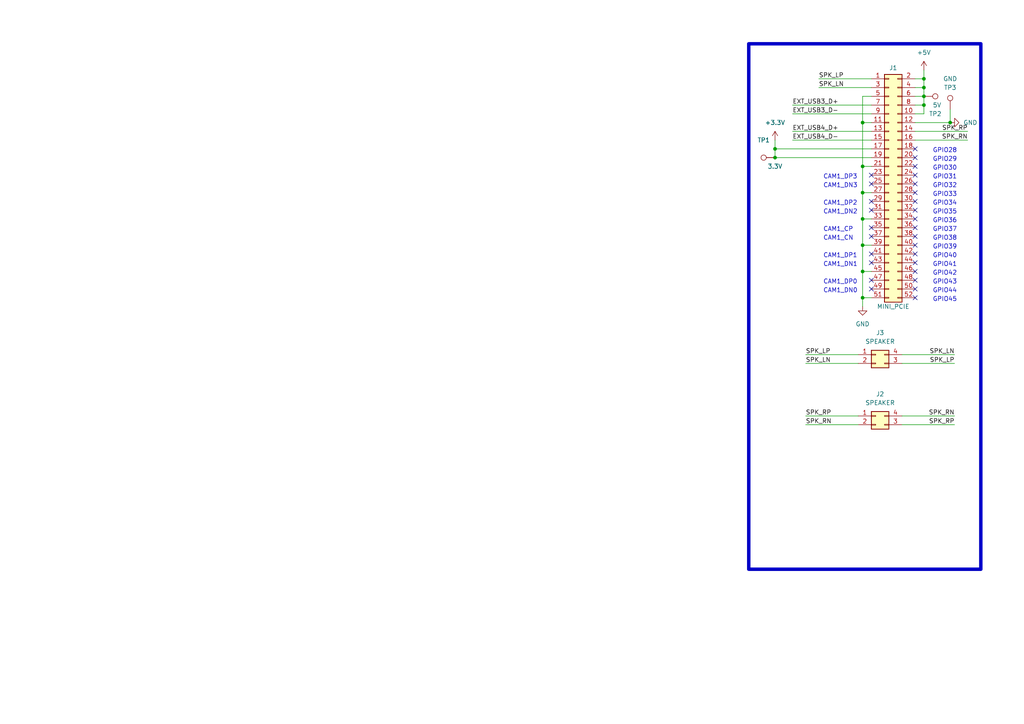
<source format=kicad_sch>
(kicad_sch (version 20230121) (generator eeschema)
  (paper "A4")
  (title_block (title "uConsole Ext-Template") (date "2023-08-03") (rev "0.0.1") (company "by chris0z") (comment 2 "https://github.com/chris0z/uconsole-extension-template") (comment 4 "--->  UNTESTED  <---"))
  (lib_symbols
    (symbol "Connector:TestPoint" (pin_numbers hide) (pin_names (offset 0.762) hide)
      (property "Reference" "TP" (at 0 6.858 0))
      (property "Value" "TestPoint" (at 0 5.08 0))
      (symbol "TestPoint_0_1"
        (circle (center 0 3.302) (radius 0.762))
      )
      (symbol "TestPoint_1_1"
        (pin passive line (at 0 0 90) (length 2.54) (name "1") (number "1"))
      )
    )
    (symbol "Connector_Generic:Conn_02x02_Counter_Clockwise" (pin_names (offset 1.016) hide)
      (property "Reference" "J" (at 1.27 2.54 0))
      (property "Value" "Conn_02x02_Counter_Clockwise" (at 1.27 -5.08 0))
      (symbol "Conn_02x02_Counter_Clockwise_1_1"
        (rectangle (start -1.27 -2.413) (end 0 -2.667) (stroke (width 0.1524)))
        (rectangle (start -1.27 0.127) (end 0 -0.127) (stroke (width 0.1524)))
        (rectangle (start -1.27 1.27) (end 3.81 -3.81) (stroke (width 0.254)) (fill (type background)))
        (rectangle (start 3.81 -2.413) (end 2.54 -2.667) (stroke (width 0.1524)))
        (rectangle (start 3.81 0.127) (end 2.54 -0.127) (stroke (width 0.1524)))
        (pin passive line (at -5.08 0 0) (length 3.81) (name "Pin_1") (number "1"))
        (pin passive line (at -5.08 -2.54 0) (length 3.81) (name "Pin_2") (number "2"))
        (pin passive line (at 7.62 -2.54 180) (length 3.81) (name "Pin_3") (number "3"))
        (pin passive line (at 7.62 0 180) (length 3.81) (name "Pin_4") (number "4"))
      )
    )
    (symbol "Connector_Generic:Conn_02x26_Odd_Even" (pin_names (offset 1.016) hide)
      (property "Reference" "J" (at 1.27 33.02 0))
      (property "Value" "Conn_02x26_Odd_Even" (at 1.27 -35.56 0))
      (symbol "Conn_02x26_Odd_Even_1_1"
        (rectangle (start -1.27 -32.893) (end 0 -33.147) (stroke (width 0.1524)))
        (rectangle (start -1.27 -30.353) (end 0 -30.607) (stroke (width 0.1524)))
        (rectangle (start -1.27 -27.813) (end 0 -28.067) (stroke (width 0.1524)))
        (rectangle (start -1.27 -25.273) (end 0 -25.527) (stroke (width 0.1524)))
        (rectangle (start -1.27 -22.733) (end 0 -22.987) (stroke (width 0.1524)))
        (rectangle (start -1.27 -20.193) (end 0 -20.447) (stroke (width 0.1524)))
        (rectangle (start -1.27 -17.653) (end 0 -17.907) (stroke (width 0.1524)))
        (rectangle (start -1.27 -15.113) (end 0 -15.367) (stroke (width 0.1524)))
        (rectangle (start -1.27 -12.573) (end 0 -12.827) (stroke (width 0.1524)))
        (rectangle (start -1.27 -10.033) (end 0 -10.287) (stroke (width 0.1524)))
        (rectangle (start -1.27 -7.493) (end 0 -7.747) (stroke (width 0.1524)))
        (rectangle (start -1.27 -4.953) (end 0 -5.207) (stroke (width 0.1524)))
        (rectangle (start -1.27 -2.413) (end 0 -2.667) (stroke (width 0.1524)))
        (rectangle (start -1.27 0.127) (end 0 -0.127) (stroke (width 0.1524)))
        (rectangle (start -1.27 2.667) (end 0 2.413) (stroke (width 0.1524)))
        (rectangle (start -1.27 5.207) (end 0 4.953) (stroke (width 0.1524)))
        (rectangle (start -1.27 7.747) (end 0 7.493) (stroke (width 0.1524)))
        (rectangle (start -1.27 10.287) (end 0 10.033) (stroke (width 0.1524)))
        (rectangle (start -1.27 12.827) (end 0 12.573) (stroke (width 0.1524)))
        (rectangle (start -1.27 15.367) (end 0 15.113) (stroke (width 0.1524)))
        (rectangle (start -1.27 17.907) (end 0 17.653) (stroke (width 0.1524)))
        (rectangle (start -1.27 20.447) (end 0 20.193) (stroke (width 0.1524)))
        (rectangle (start -1.27 22.987) (end 0 22.733) (stroke (width 0.1524)))
        (rectangle (start -1.27 25.527) (end 0 25.273) (stroke (width 0.1524)))
        (rectangle (start -1.27 28.067) (end 0 27.813) (stroke (width 0.1524)))
        (rectangle (start -1.27 30.607) (end 0 30.353) (stroke (width 0.1524)))
        (rectangle (start -1.27 31.75) (end 3.81 -34.29) (stroke (width 0.254)) (fill (type background)))
        (rectangle (start 3.81 -32.893) (end 2.54 -33.147) (stroke (width 0.1524)))
        (rectangle (start 3.81 -30.353) (end 2.54 -30.607) (stroke (width 0.1524)))
        (rectangle (start 3.81 -27.813) (end 2.54 -28.067) (stroke (width 0.1524)))
        (rectangle (start 3.81 -25.273) (end 2.54 -25.527) (stroke (width 0.1524)))
        (rectangle (start 3.81 -22.733) (end 2.54 -22.987) (stroke (width 0.1524)))
        (rectangle (start 3.81 -20.193) (end 2.54 -20.447) (stroke (width 0.1524)))
        (rectangle (start 3.81 -17.653) (end 2.54 -17.907) (stroke (width 0.1524)))
        (rectangle (start 3.81 -15.113) (end 2.54 -15.367) (stroke (width 0.1524)))
        (rectangle (start 3.81 -12.573) (end 2.54 -12.827) (stroke (width 0.1524)))
        (rectangle (start 3.81 -10.033) (end 2.54 -10.287) (stroke (width 0.1524)))
        (rectangle (start 3.81 -7.493) (end 2.54 -7.747) (stroke (width 0.1524)))
        (rectangle (start 3.81 -4.953) (end 2.54 -5.207) (stroke (width 0.1524)))
        (rectangle (start 3.81 -2.413) (end 2.54 -2.667) (stroke (width 0.1524)))
        (rectangle (start 3.81 0.127) (end 2.54 -0.127) (stroke (width 0.1524)))
        (rectangle (start 3.81 2.667) (end 2.54 2.413) (stroke (width 0.1524)))
        (rectangle (start 3.81 5.207) (end 2.54 4.953) (stroke (width 0.1524)))
        (rectangle (start 3.81 7.747) (end 2.54 7.493) (stroke (width 0.1524)))
        (rectangle (start 3.81 10.287) (end 2.54 10.033) (stroke (width 0.1524)))
        (rectangle (start 3.81 12.827) (end 2.54 12.573) (stroke (width 0.1524)))
        (rectangle (start 3.81 15.367) (end 2.54 15.113) (stroke (width 0.1524)))
        (rectangle (start 3.81 17.907) (end 2.54 17.653) (stroke (width 0.1524)))
        (rectangle (start 3.81 20.447) (end 2.54 20.193) (stroke (width 0.1524)))
        (rectangle (start 3.81 22.987) (end 2.54 22.733) (stroke (width 0.1524)))
        (rectangle (start 3.81 25.527) (end 2.54 25.273) (stroke (width 0.1524)))
        (rectangle (start 3.81 28.067) (end 2.54 27.813) (stroke (width 0.1524)))
        (rectangle (start 3.81 30.607) (end 2.54 30.353) (stroke (width 0.1524)))
        (pin passive line (at -5.08 30.48 0) (length 3.81) (name "Pin_1") (number "1"))
        (pin passive line (at 7.62 20.32 180) (length 3.81) (name "Pin_10") (number "10"))
        (pin passive line (at -5.08 17.78 0) (length 3.81) (name "Pin_11") (number "11"))
        (pin passive line (at 7.62 17.78 180) (length 3.81) (name "Pin_12") (number "12"))
        (pin passive line (at -5.08 15.24 0) (length 3.81) (name "Pin_13") (number "13"))
        (pin passive line (at 7.62 15.24 180) (length 3.81) (name "Pin_14") (number "14"))
        (pin passive line (at -5.08 12.7 0) (length 3.81) (name "Pin_15") (number "15"))
        (pin passive line (at 7.62 12.7 180) (length 3.81) (name "Pin_16") (number "16"))
        (pin passive line (at -5.08 10.16 0) (length 3.81) (name "Pin_17") (number "17"))
        (pin passive line (at 7.62 10.16 180) (length 3.81) (name "Pin_18") (number "18"))
        (pin passive line (at -5.08 7.62 0) (length 3.81) (name "Pin_19") (number "19"))
        (pin passive line (at 7.62 30.48 180) (length 3.81) (name "Pin_2") (number "2"))
        (pin passive line (at 7.62 7.62 180) (length 3.81) (name "Pin_20") (number "20"))
        (pin passive line (at -5.08 5.08 0) (length 3.81) (name "Pin_21") (number "21"))
        (pin passive line (at 7.62 5.08 180) (length 3.81) (name "Pin_22") (number "22"))
        (pin passive line (at -5.08 2.54 0) (length 3.81) (name "Pin_23") (number "23"))
        (pin passive line (at 7.62 2.54 180) (length 3.81) (name "Pin_24") (number "24"))
        (pin passive line (at -5.08 0 0) (length 3.81) (name "Pin_25") (number "25"))
        (pin passive line (at 7.62 0 180) (length 3.81) (name "Pin_26") (number "26"))
        (pin passive line (at -5.08 -2.54 0) (length 3.81) (name "Pin_27") (number "27"))
        (pin passive line (at 7.62 -2.54 180) (length 3.81) (name "Pin_28") (number "28"))
        (pin passive line (at -5.08 -5.08 0) (length 3.81) (name "Pin_29") (number "29"))
        (pin passive line (at -5.08 27.94 0) (length 3.81) (name "Pin_3") (number "3"))
        (pin passive line (at 7.62 -5.08 180) (length 3.81) (name "Pin_30") (number "30"))
        (pin passive line (at -5.08 -7.62 0) (length 3.81) (name "Pin_31") (number "31"))
        (pin passive line (at 7.62 -7.62 180) (length 3.81) (name "Pin_32") (number "32"))
        (pin passive line (at -5.08 -10.16 0) (length 3.81) (name "Pin_33") (number "33"))
        (pin passive line (at 7.62 -10.16 180) (length 3.81) (name "Pin_34") (number "34"))
        (pin passive line (at -5.08 -12.7 0) (length 3.81) (name "Pin_35") (number "35"))
        (pin passive line (at 7.62 -12.7 180) (length 3.81) (name "Pin_36") (number "36"))
        (pin passive line (at -5.08 -15.24 0) (length 3.81) (name "Pin_37") (number "37"))
        (pin passive line (at 7.62 -15.24 180) (length 3.81) (name "Pin_38") (number "38"))
        (pin passive line (at -5.08 -17.78 0) (length 3.81) (name "Pin_39") (number "39"))
        (pin passive line (at 7.62 27.94 180) (length 3.81) (name "Pin_4") (number "4"))
        (pin passive line (at 7.62 -17.78 180) (length 3.81) (name "Pin_40") (number "40"))
        (pin passive line (at -5.08 -20.32 0) (length 3.81) (name "Pin_41") (number "41"))
        (pin passive line (at 7.62 -20.32 180) (length 3.81) (name "Pin_42") (number "42"))
        (pin passive line (at -5.08 -22.86 0) (length 3.81) (name "Pin_43") (number "43"))
        (pin passive line (at 7.62 -22.86 180) (length 3.81) (name "Pin_44") (number "44"))
        (pin passive line (at -5.08 -25.4 0) (length 3.81) (name "Pin_45") (number "45"))
        (pin passive line (at 7.62 -25.4 180) (length 3.81) (name "Pin_46") (number "46"))
        (pin passive line (at -5.08 -27.94 0) (length 3.81) (name "Pin_47") (number "47"))
        (pin passive line (at 7.62 -27.94 180) (length 3.81) (name "Pin_48") (number "48"))
        (pin passive line (at -5.08 -30.48 0) (length 3.81) (name "Pin_49") (number "49"))
        (pin passive line (at -5.08 25.4 0) (length 3.81) (name "Pin_5") (number "5"))
        (pin passive line (at 7.62 -30.48 180) (length 3.81) (name "Pin_50") (number "50"))
        (pin passive line (at -5.08 -33.02 0) (length 3.81) (name "Pin_51") (number "51"))
        (pin passive line (at 7.62 -33.02 180) (length 3.81) (name "Pin_52") (number "52"))
        (pin passive line (at 7.62 25.4 180) (length 3.81) (name "Pin_6") (number "6"))
        (pin passive line (at -5.08 22.86 0) (length 3.81) (name "Pin_7") (number "7"))
        (pin passive line (at 7.62 22.86 180) (length 3.81) (name "Pin_8") (number "8"))
        (pin passive line (at -5.08 20.32 0) (length 3.81) (name "Pin_9") (number "9"))
      )
    )
    (symbol "power:+3.3V" (power) (pin_names (offset 0))
      (property "Value" "+3.3V" (at 0 3.556 0))
      (symbol "+3.3V_0_1"
        (polyline (pts (xy -0.762 1.27) (xy 0 2.54)))
        (polyline (pts (xy 0 0) (xy 0 2.54)))
        (polyline (pts (xy 0 2.54) (xy 0.762 1.27)))
      )
      (symbol "+3.3V_1_1"
        (pin power_in line (at 0 0 90) (length 0) hide (name "+3.3V") (number "1"))
      )
    )
    (symbol "power:+5V" (power) (pin_names (offset 0))
      (property "Value" "+5V" (at 0 3.556 0))
      (symbol "+5V_0_1"
        (polyline (pts (xy -0.762 1.27) (xy 0 2.54)))
        (polyline (pts (xy 0 0) (xy 0 2.54)))
        (polyline (pts (xy 0 2.54) (xy 0.762 1.27)))
      )
      (symbol "+5V_1_1"
        (pin power_in line (at 0 0 90) (length 0) hide (name "+5V") (number "1"))
      )
    )
    (symbol "power:GND" (power) (pin_names (offset 0))
      (property "Value" "GND" (at 0 -3.81 0))
      (symbol "GND_0_1"
        (polyline (pts (xy 0 0) (xy 0 -1.27) (xy 1.27 -1.27) (xy 0 -2.54) (xy -1.27 -1.27) (xy 0 -1.27)))
      )
      (symbol "GND_1_1"
        (pin power_in line (at 0 0 270) (length 0) hide (name "GND") (number "1"))
      )
    )
  )
  (junction (at 250.19 55.88))
  (junction (at 267.97 30.48))
  (junction (at 267.97 22.86))
  (junction (at 224.79 43.18))
  (junction (at 250.19 63.5))
  (junction (at 250.19 78.74))
  (junction (at 267.97 27.94))
  (junction (at 224.79 45.72))
  (junction (at 267.97 25.4))
  (junction (at 250.19 35.56))
  (junction (at 250.19 48.26))
  (junction (at 250.19 71.12))
  (junction (at 275.59 35.56))
  (junction (at 250.19 86.36))
  (no_connect (at 265.43 43.18))
  (no_connect (at 265.43 81.28))
  (no_connect (at 265.43 55.88))
  (no_connect (at 265.43 71.12))
  (no_connect (at 252.73 66.04))
  (no_connect (at 265.43 60.96))
  (no_connect (at 265.43 53.34))
  (no_connect (at 265.43 76.2))
  (no_connect (at 252.73 53.34))
  (no_connect (at 252.73 76.2))
  (no_connect (at 252.73 83.82))
  (no_connect (at 252.73 58.42))
  (no_connect (at 265.43 78.74))
  (no_connect (at 265.43 66.04))
  (no_connect (at 252.73 73.66))
  (no_connect (at 265.43 86.36))
  (no_connect (at 252.73 81.28))
  (no_connect (at 265.43 45.72))
  (no_connect (at 265.43 48.26))
  (no_connect (at 252.73 50.8))
  (no_connect (at 265.43 73.66))
  (no_connect (at 265.43 58.42))
  (no_connect (at 252.73 68.58))
  (no_connect (at 252.73 60.96))
  (no_connect (at 265.43 68.58))
  (no_connect (at 265.43 63.5))
  (no_connect (at 265.43 83.82))
  (no_connect (at 265.43 50.8))
  (wire (pts (xy 250.19 71.12) (xy 250.19 78.74)))
  (wire (pts (xy 250.19 48.26) (xy 252.73 48.26)))
  (wire (pts (xy 224.79 43.18) (xy 224.79 40.64)))
  (wire (pts (xy 233.68 123.19) (xy 248.92 123.19)))
  (wire (pts (xy 229.87 40.64) (xy 252.73 40.64)))
  (wire (pts (xy 252.73 27.94) (xy 250.19 27.94)))
  (wire (pts (xy 224.79 45.72) (xy 252.73 45.72)))
  (wire (pts (xy 265.43 25.4) (xy 267.97 25.4)))
  (wire (pts (xy 237.49 25.4) (xy 252.73 25.4)))
  (wire (pts (xy 276.86 102.87) (xy 261.62 102.87)))
  (wire (pts (xy 250.19 63.5) (xy 250.19 71.12)))
  (wire (pts (xy 229.87 38.1) (xy 252.73 38.1)))
  (wire (pts (xy 250.19 48.26) (xy 250.19 55.88)))
  (wire (pts (xy 265.43 30.48) (xy 267.97 30.48)))
  (wire (pts (xy 250.19 78.74) (xy 252.73 78.74)))
  (wire (pts (xy 267.97 33.02) (xy 267.97 30.48)))
  (wire (pts (xy 237.49 22.86) (xy 252.73 22.86)))
  (wire (pts (xy 224.79 43.18) (xy 252.73 43.18)))
  (wire (pts (xy 267.97 25.4) (xy 267.97 22.86)))
  (wire (pts (xy 276.86 120.65) (xy 261.62 120.65)))
  (wire (pts (xy 250.19 71.12) (xy 252.73 71.12)))
  (wire (pts (xy 250.19 55.88) (xy 250.19 63.5)))
  (wire (pts (xy 250.19 78.74) (xy 250.19 86.36)))
  (wire (pts (xy 280.67 40.64) (xy 265.43 40.64)))
  (wire (pts (xy 276.86 123.19) (xy 261.62 123.19)))
  (wire (pts (xy 250.19 27.94) (xy 250.19 35.56)))
  (wire (pts (xy 250.19 55.88) (xy 252.73 55.88)))
  (wire (pts (xy 267.97 30.48) (xy 267.97 27.94)))
  (wire (pts (xy 250.19 63.5) (xy 252.73 63.5)))
  (wire (pts (xy 267.97 22.86) (xy 267.97 20.32)))
  (wire (pts (xy 233.68 105.41) (xy 248.92 105.41)))
  (wire (pts (xy 250.19 35.56) (xy 250.19 48.26)))
  (wire (pts (xy 265.43 35.56) (xy 275.59 35.56)))
  (wire (pts (xy 276.86 105.41) (xy 261.62 105.41)))
  (wire (pts (xy 250.19 86.36) (xy 252.73 86.36)))
  (wire (pts (xy 275.59 31.75) (xy 275.59 35.56)))
  (wire (pts (xy 229.87 33.02) (xy 252.73 33.02)))
  (wire (pts (xy 265.43 27.94) (xy 267.97 27.94)))
  (wire (pts (xy 265.43 22.86) (xy 267.97 22.86)))
  (wire (pts (xy 265.43 33.02) (xy 267.97 33.02)))
  (wire (pts (xy 267.97 27.94) (xy 267.97 25.4)))
  (wire (pts (xy 224.79 45.72) (xy 224.79 43.18)))
  (wire (pts (xy 233.68 102.87) (xy 248.92 102.87)))
  (wire (pts (xy 229.87 30.48) (xy 252.73 30.48)))
  (wire (pts (xy 250.19 86.36) (xy 250.19 88.9)))
  (wire (pts (xy 233.68 120.65) (xy 248.92 120.65)))
  (wire (pts (xy 250.19 35.56) (xy 252.73 35.56)))
  (wire (pts (xy 280.67 38.1) (xy 265.43 38.1)))
  (rectangle (start 217.17 12.7) (end 284.48 165.1) (stroke (width 1)))
  (text "CAM1_DN1" (at 238.76 77.47 0) (effects (font (size 1.27 1.27)) (justify left bottom)))
  (text "GPIO43" (at 270.51 82.55 0) (effects (font (size 1.27 1.27)) (justify left bottom)))
  (text "CAM1_DP3" (at 238.76 52.07 0) (effects (font (size 1.27 1.27)) (justify left bottom)))
  (text "CAM1_DP0" (at 238.76 82.55 0) (effects (font (size 1.27 1.27)) (justify left bottom)))
  (text "GPIO31" (at 270.51 52.07 0) (effects (font (size 1.27 1.27)) (justify left bottom)))
  (text "GPIO42" (at 270.51 80.01 0) (effects (font (size 1.27 1.27)) (justify left bottom)))
  (text "CAM1_DN3" (at 238.76 54.61 0) (effects (font (size 1.27 1.27)) (justify left bottom)))
  (text "GPIO29" (at 270.51 46.99 0) (effects (font (size 1.27 1.27)) (justify left bottom)))
  (text "CAM1_DP2" (at 238.76 59.69 0) (effects (font (size 1.27 1.27)) (justify left bottom)))
  (text "GPIO41" (at 270.51 77.47 0) (effects (font (size 1.27 1.27)) (justify left bottom)))
  (text "CAM1_DP1" (at 238.76 74.93 0) (effects (font (size 1.27 1.27)) (justify left bottom)))
  (text "GPIO32" (at 270.51 54.61 0) (effects (font (size 1.27 1.27)) (justify left bottom)))
  (text "GPIO28" (at 270.51 44.45 0) (effects (font (size 1.27 1.27)) (justify left bottom)))
  (text "GPIO38" (at 270.51 69.85 0) (effects (font (size 1.27 1.27)) (justify left bottom)))
  (text "GPIO30" (at 270.51 49.53 0) (effects (font (size 1.27 1.27)) (justify left bottom)))
  (text "CAM1_DN2" (at 238.76 62.23 0) (effects (font (size 1.27 1.27)) (justify left bottom)))
  (text "CAM1_DN0" (at 238.76 85.09 0) (effects (font (size 1.27 1.27)) (justify left bottom)))
  (text "GPIO39" (at 270.51 72.39 0) (effects (font (size 1.27 1.27)) (justify left bottom)))
  (text "CAM1_CP" (at 238.76 67.31 0) (effects (font (size 1.27 1.27)) (justify left bottom)))
  (text "GPIO34" (at 270.51 59.69 0) (effects (font (size 1.27 1.27)) (justify left bottom)))
  (text "GPIO37" (at 270.51 67.31 0) (effects (font (size 1.27 1.27)) (justify left bottom)))
  (text "GPIO33" (at 270.51 57.15 0) (effects (font (size 1.27 1.27)) (justify left bottom)))
  (text "CAM1_CN" (at 238.76 69.85 0) (effects (font (size 1.27 1.27)) (justify left bottom)))
  (text "GPIO36" (at 270.51 64.77 0) (effects (font (size 1.27 1.27)) (justify left bottom)))
  (text "GPIO35" (at 270.51 62.23 0) (effects (font (size 1.27 1.27)) (justify left bottom)))
  (text "GPIO44" (at 270.51 85.09 0) (effects (font (size 1.27 1.27)) (justify left bottom)))
  (text "GPIO45" (at 270.51 87.63 0) (effects (font (size 1.27 1.27)) (justify left bottom)))
  (text "GPIO40" (at 270.51 74.93 0) (effects (font (size 1.27 1.27)) (justify left bottom)))
  (label "EXT_USB4_D-" (at 229.87 40.64 0))
  (label "SPK_RP" (at 233.68 120.65 0))
  (label "SPK_RP" (at 280.67 38.1 180))
  (label "EXT_USB3_D-" (at 229.87 33.02 0))
  (label "SPK_LN" (at 233.68 105.41 0))
  (label "SPK_LP" (at 233.68 102.87 0))
  (label "SPK_LN" (at 237.49 25.4 0))
  (label "SPK_LP" (at 237.49 22.86 0))
  (label "EXT_USB4_D+" (at 229.87 38.1 0))
  (label "EXT_USB3_D+" (at 229.87 30.48 0))
  (label "SPK_LP" (at 276.86 105.41 180))
  (label "SPK_LN" (at 276.86 102.87 180))
  (label "SPK_RP" (at 276.86 123.19 180))
  (label "SPK_RN" (at 280.67 40.64 180))
  (label "SPK_RN" (at 233.68 123.19 0))
  (label "SPK_RN" (at 276.86 120.65 180))
  (symbol (lib_id "power:+3.3V") (at 224.79 40.64 0) (unit 1)
    (property "Reference" "#PWR02" (effects hide))
    (property "Value" "+3.3V" (at 224.79 35.56 0))
  )
  (symbol (lib_id "Connector:TestPoint") (at 275.59 31.75 0) (unit 1)
    (property "Reference" "TP3" (at 275.59 25.4 0))
    (property "Value" "GND" (at 275.59 22.86 0))
    (property "Footprint" "Connector_PinHeader_2.54mm:PinHeader_1x01_P2.54mm_Vertical" (effects hide))
  )
  (symbol (lib_id "Connector_Generic:Conn_02x02_Counter_Clockwise") (at 254 102.87 0) (unit 1)
    (property "Reference" "J3" (at 255.27 96.52 0))
    (property "Value" "SPEAKER" (at 255.27 99.06 0))
    (property "Footprint" "custom_components:uConsole_speaker" (effects hide))
  )
  (symbol (lib_id "Connector_Generic:Conn_02x26_Odd_Even") (at 257.81 53.34 0) (unit 1)
    (property "Reference" "J1" (at 259.08 19.685 0))
    (property "Value" "MINI_PCIE" (at 259.08 88.9 0))
    (property "Footprint" "custom_components:mini_pcie_edge" (effects hide))
  )
  (symbol (lib_id "power:+5V") (at 267.97 20.32 0) (unit 1)
    (property "Reference" "#PWR03" (effects hide))
    (property "Value" "+5V" (at 267.97 15.24 0))
  )
  (symbol (lib_id "Connector_Generic:Conn_02x02_Counter_Clockwise") (at 254 120.65 0) (unit 1)
    (property "Reference" "J2" (at 255.27 114.3 0))
    (property "Value" "SPEAKER" (at 255.27 116.84 0))
    (property "Footprint" "custom_components:uConsole_speaker" (effects hide))
  )
  (symbol (lib_id "power:GND") (at 250.19 88.9 0) (unit 1)
    (property "Reference" "#PWR01" (effects hide))
    (property "Value" "GND" (at 250.19 93.98 0))
  )
  (symbol (lib_id "Connector:TestPoint") (at 224.79 45.72 90) (unit 1)
    (property "Reference" "TP1" (at 221.488 40.64 90))
    (property "Value" "3.3V" (at 224.79 48.26 90))
    (property "Footprint" "Connector_PinHeader_2.54mm:PinHeader_1x01_P2.54mm_Vertical" (effects hide))
  )
  (symbol (lib_id "Connector:TestPoint") (at 267.97 27.94 270) (unit 1)
    (property "Reference" "TP2" (at 271.272 33.02 90))
    (property "Value" "5V" (at 271.78 30.48 90))
    (property "Footprint" "Connector_PinHeader_2.54mm:PinHeader_1x01_P2.54mm_Vertical" (effects hide))
  )
  (symbol (lib_id "power:GND") (at 275.59 35.56 90) (unit 1)
    (property "Reference" "#PWR04" (effects hide))
    (property "Value" "GND" (at 279.4 35.56 90) (effects (justify right)))
  )
)
</source>
